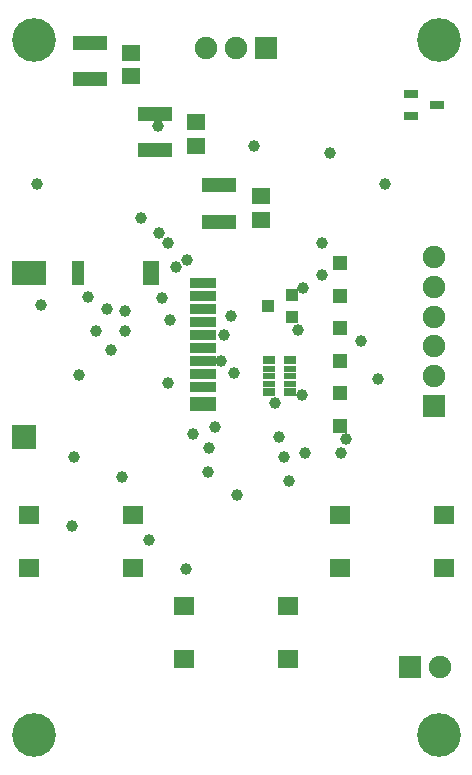
<source format=gbs>
%FSLAX44Y44*%
%MOMM*%
G71*
G01*
G75*
G04 Layer_Color=16711935*
%ADD10R,2.0000X0.7000*%
%ADD11R,2.0000X1.0000*%
%ADD12R,1.2000X1.8000*%
%ADD13R,0.8000X1.8000*%
%ADD14R,2.8000X1.8000*%
%ADD15R,1.9000X1.8000*%
%ADD16R,0.9000X0.8000*%
%ADD17R,1.0000X1.0000*%
%ADD18R,1.6000X1.4000*%
%ADD19R,2.8000X1.1000*%
%ADD20R,1.3000X1.2000*%
%ADD21R,0.9500X0.6000*%
%ADD22R,0.9000X0.5000*%
%ADD23R,0.9000X0.3200*%
%ADD24C,0.2540*%
%ADD25C,1.7000*%
%ADD26R,1.7000X1.7000*%
%ADD27R,1.7000X1.7000*%
%ADD28C,3.5000*%
%ADD29C,0.8000*%
%ADD30R,2.2032X0.9032*%
%ADD31R,2.2032X1.2032*%
%ADD32R,1.4032X2.0032*%
%ADD33R,1.0032X2.0032*%
%ADD34R,3.0032X2.0032*%
%ADD35R,2.1032X2.0032*%
%ADD36R,1.1032X1.0032*%
%ADD37R,1.2032X1.2032*%
%ADD38R,1.8032X1.6032*%
%ADD39R,3.0032X1.3032*%
%ADD40R,1.5032X1.4032*%
%ADD41R,1.1532X0.8032*%
%ADD42R,1.1032X0.7032*%
%ADD43R,1.1032X0.5232*%
%ADD44C,1.9032*%
%ADD45R,1.9032X1.9032*%
%ADD46R,1.9032X1.9032*%
%ADD47C,3.7032*%
%ADD48C,1.0032*%
D30*
X1220691Y778000D02*
D03*
Y767000D02*
D03*
Y756000D02*
D03*
Y745000D02*
D03*
Y734000D02*
D03*
Y723000D02*
D03*
Y712000D02*
D03*
Y701000D02*
D03*
Y690000D02*
D03*
D31*
Y676000D02*
D03*
D32*
X1176992Y787100D02*
D03*
D33*
X1114591Y786500D02*
D03*
D34*
X1073691D02*
D03*
D35*
X1068891Y647900D02*
D03*
D36*
X1295691Y749500D02*
D03*
Y768500D02*
D03*
X1275691Y759000D02*
D03*
D37*
X1336691Y657500D02*
D03*
Y685000D02*
D03*
Y712500D02*
D03*
Y740000D02*
D03*
Y767500D02*
D03*
Y795000D02*
D03*
D38*
X1204441Y505250D02*
D03*
Y460250D02*
D03*
X1292441Y505250D02*
D03*
Y460250D02*
D03*
X1161691Y537000D02*
D03*
Y582000D02*
D03*
X1073691Y537000D02*
D03*
Y582000D02*
D03*
X1336691D02*
D03*
Y537000D02*
D03*
X1424691Y582000D02*
D03*
Y537000D02*
D03*
D39*
X1234691Y830000D02*
D03*
Y861000D02*
D03*
X1180452Y890670D02*
D03*
Y921670D02*
D03*
X1124702Y950888D02*
D03*
Y981888D02*
D03*
D40*
X1269691Y852000D02*
D03*
Y832000D02*
D03*
X1215191Y894500D02*
D03*
Y914500D02*
D03*
X1159691Y973500D02*
D03*
Y953500D02*
D03*
D41*
X1418691Y929000D02*
D03*
X1396691Y919500D02*
D03*
Y938500D02*
D03*
D42*
X1276691Y713050D02*
D03*
Y686000D02*
D03*
X1294791D02*
D03*
Y713050D02*
D03*
D43*
X1276691Y705800D02*
D03*
Y699400D02*
D03*
Y693000D02*
D03*
X1294791D02*
D03*
Y699400D02*
D03*
Y705800D02*
D03*
D44*
X1223641Y977250D02*
D03*
X1249041D02*
D03*
X1421091Y453000D02*
D03*
X1416691Y749850D02*
D03*
Y800650D02*
D03*
Y775250D02*
D03*
Y699400D02*
D03*
Y724800D02*
D03*
D45*
X1274441Y977250D02*
D03*
X1395691Y453000D02*
D03*
D46*
X1416691Y674000D02*
D03*
D47*
X1420691Y984000D02*
D03*
X1077691D02*
D03*
Y396000D02*
D03*
X1420691D02*
D03*
D48*
X1175167Y560578D02*
D03*
X1182279Y911352D02*
D03*
X1305469Y774446D02*
D03*
X1139099Y756158D02*
D03*
X1206663Y535940D02*
D03*
X1110143Y572516D02*
D03*
X1301151Y738886D02*
D03*
X1168309Y833120D02*
D03*
X1374811Y862076D02*
D03*
X1328564Y888492D02*
D03*
X1293277Y610362D02*
D03*
X1341537Y645922D02*
D03*
X1354745Y729488D02*
D03*
X1281847Y676910D02*
D03*
X1285403Y647954D02*
D03*
X1111691Y631444D02*
D03*
X1152307Y614172D02*
D03*
X1289721Y631190D02*
D03*
X1206917Y797814D02*
D03*
X1186343Y765302D02*
D03*
X1244509Y750080D02*
D03*
X1129955Y738124D02*
D03*
X1249335Y598742D02*
D03*
X1083727Y759460D02*
D03*
X1154847Y737616D02*
D03*
Y754888D02*
D03*
X1190915Y693674D02*
D03*
X1123097Y766572D02*
D03*
X1080425Y861822D02*
D03*
X1306993Y634746D02*
D03*
X1337727D02*
D03*
X1369223Y697484D02*
D03*
X1263559Y894080D02*
D03*
X1304199Y683260D02*
D03*
X1225205Y617982D02*
D03*
X1143163Y721360D02*
D03*
X1226221Y638302D02*
D03*
X1238413Y734000D02*
D03*
X1247049Y701802D02*
D03*
X1192449Y746750D02*
D03*
X1235619Y711962D02*
D03*
X1231301Y656128D02*
D03*
X1191423Y812546D02*
D03*
X1321217D02*
D03*
Y784860D02*
D03*
X1197519Y792226D02*
D03*
X1183502Y820611D02*
D03*
X1115691Y700532D02*
D03*
X1212251Y650795D02*
D03*
M02*

</source>
